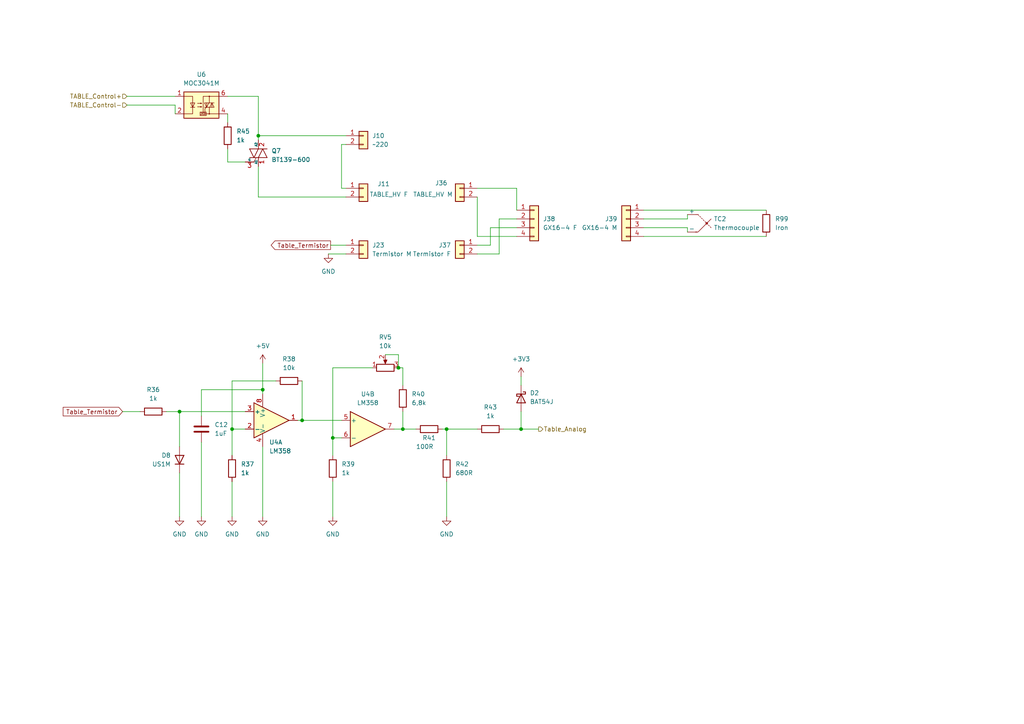
<source format=kicad_sch>
(kicad_sch (version 20231120) (generator "eeschema") (generator_version "8.0")
  (paper "A4")
  (title_block (title "Soldering Station") (date "2024-11-04") (company "BDS-SDCD"))
  (lib_symbols
    (symbol "Amplifier_Operational:LM358" (pin_names (offset 0.127))
      (property "Reference" "U" (at 0 5.08 0))
      (property "Value" "LM358" (at 0 -5.08 0))
      (symbol "LM358_1_1"
        (polyline (pts (xy -5.08 5.08) (xy 5.08 0) (xy -5.08 -5.08) (xy -5.08 5.08)) (stroke (width 0.254)) (fill (type background)))
        (pin output line (at 7.62 0 180) (length 2.54) (name "~") (number "1"))
        (pin input line (at -7.62 -2.54 0) (length 2.54) (name "-") (number "2"))
        (pin input line (at -7.62 2.54 0) (length 2.54) (name "+") (number "3"))
      )
      (symbol "LM358_2_1"
        (polyline (pts (xy -5.08 5.08) (xy 5.08 0) (xy -5.08 -5.08) (xy -5.08 5.08)) (stroke (width 0.254)) (fill (type background)))
        (pin input line (at -7.62 2.54 0) (length 2.54) (name "+") (number "5"))
        (pin input line (at -7.62 -2.54 0) (length 2.54) (name "-") (number "6"))
        (pin output line (at 7.62 0 180) (length 2.54) (name "~") (number "7"))
      )
      (symbol "LM358_3_1"
        (pin power_in line (at -2.54 -7.62 90) (length 3.81) (name "V-") (number "4"))
        (pin power_in line (at -2.54 7.62 270) (length 3.81) (name "V+") (number "8"))
      )
    )
    (symbol "Connector_Generic:Conn_01x02" (pin_names (offset 1.016) hide)
      (property "Reference" "J" (at 0 2.54 0))
      (property "Value" "Conn_01x02" (at 0 -5.08 0))
      (symbol "Conn_01x02_1_1"
        (rectangle (start -1.27 -2.413) (end 0 -2.667) (stroke (width 0.1524)))
        (rectangle (start -1.27 0.127) (end 0 -0.127) (stroke (width 0.1524)))
        (rectangle (start -1.27 1.27) (end 1.27 -3.81) (stroke (width 0.254)) (fill (type background)))
        (pin passive line (at -5.08 0 0) (length 3.81) (name "Pin_1") (number "1"))
        (pin passive line (at -5.08 -2.54 0) (length 3.81) (name "Pin_2") (number "2"))
      )
    )
    (symbol "Connector_Generic:Conn_01x04" (pin_names (offset 1.016) hide)
      (property "Reference" "J" (at 0 5.08 0))
      (property "Value" "Conn_01x04" (at 0 -7.62 0))
      (symbol "Conn_01x04_1_1"
        (rectangle (start -1.27 -4.953) (end 0 -5.207) (stroke (width 0.1524)))
        (rectangle (start -1.27 -2.413) (end 0 -2.667) (stroke (width 0.1524)))
        (rectangle (start -1.27 0.127) (end 0 -0.127) (stroke (width 0.1524)))
        (rectangle (start -1.27 2.667) (end 0 2.413) (stroke (width 0.1524)))
        (rectangle (start -1.27 3.81) (end 1.27 -6.35) (stroke (width 0.254)) (fill (type background)))
        (pin passive line (at -5.08 2.54 0) (length 3.81) (name "Pin_1") (number "1"))
        (pin passive line (at -5.08 0 0) (length 3.81) (name "Pin_2") (number "2"))
        (pin passive line (at -5.08 -2.54 0) (length 3.81) (name "Pin_3") (number "3"))
        (pin passive line (at -5.08 -5.08 0) (length 3.81) (name "Pin_4") (number "4"))
      )
    )
    (symbol "Device:C" (pin_numbers hide) (pin_names (offset 0.254))
      (property "Reference" "C" (at 0.635 2.54 0))
      (property "Value" "C" (at 0.635 -2.54 0))
      (symbol "C_0_1"
        (polyline (pts (xy -2.032 -0.762) (xy 2.032 -0.762)) (stroke (width 0.508)))
        (polyline (pts (xy -2.032 0.762) (xy 2.032 0.762)) (stroke (width 0.508)))
      )
      (symbol "C_1_1"
        (pin passive line (at 0 3.81 270) (length 2.794) (name "~") (number "1"))
        (pin passive line (at 0 -3.81 90) (length 2.794) (name "~") (number "2"))
      )
    )
    (symbol "Device:R" (pin_numbers hide) (pin_names (offset 0))
      (property "Reference" "R" (at 2.032 0 90))
      (property "Value" "R" (at 0 0 90))
      (symbol "R_0_1"
        (rectangle (start -1.016 -2.54) (end 1.016 2.54) (stroke (width 0.254)))
      )
      (symbol "R_1_1"
        (pin passive line (at 0 3.81 270) (length 1.27) (name "~") (number "1"))
        (pin passive line (at 0 -3.81 90) (length 1.27) (name "~") (number "2"))
      )
    )
    (symbol "Device:R_Potentiometer" (pin_names (offset 1.016) hide)
      (property "Reference" "RV" (at -4.445 0 90))
      (property "Value" "R_Potentiometer" (at -2.54 0 90))
      (symbol "R_Potentiometer_0_1"
        (polyline (pts (xy 2.54 0) (xy 1.524 0)))
        (polyline (pts (xy 1.143 0) (xy 2.286 0.508) (xy 2.286 -0.508) (xy 1.143 0)) (fill (type outline)))
        (rectangle (start 1.016 2.54) (end -1.016 -2.54) (stroke (width 0.254)))
      )
      (symbol "R_Potentiometer_1_1"
        (pin passive line (at 0 3.81 270) (length 1.27) (name "1") (number "1"))
        (pin passive line (at 3.81 0 180) (length 1.27) (name "2") (number "2"))
        (pin passive line (at 0 -3.81 90) (length 1.27) (name "3") (number "3"))
      )
    )
    (symbol "Device:Thermocouple" (pin_numbers hide) (pin_names (offset 0))
      (property "Reference" "TC" (at -3.048 3.81 0))
      (property "Value" "Thermocouple" (at -5.08 -4.064 0))
      (symbol "Thermocouple_0_1"
        (circle (center -3.048 0) (radius 0.254) (fill (type outline)))
        (polyline (pts (xy -4.064 -1.016) (xy -4.318 -1.27)))
        (polyline (pts (xy -3.556 -0.508) (xy -3.81 -0.762)))
        (polyline (pts (xy -3.048 0) (xy -3.302 -0.254)))
        (polyline (pts (xy -2.54 0.508) (xy -2.794 0.254)))
        (polyline (pts (xy -2.032 1.016) (xy -2.286 0.762)))
        (polyline (pts (xy -1.524 1.524) (xy -1.778 1.27)))
        (polyline (pts (xy -1.016 2.032) (xy -1.27 1.778)))
        (polyline (pts (xy -0.508 2.54) (xy -0.762 2.286)))
        (polyline (pts (xy 0 -2.54) (xy -0.254 -2.54)))
        (polyline (pts (xy 0 2.54) (xy -0.508 2.54)))
        (polyline (pts (xy 0.254 -2.54) (xy -0.508 -2.54) (xy -4.318 1.27)))
      )
      (symbol "Thermocouple_1_1"
        (pin passive line (at 2.54 2.54 180) (length 2.54) (name "+") (number "1"))
        (pin passive line (at 2.54 -2.54 180) (length 2.54) (name "-") (number "2"))
      )
    )
    (symbol "Diode:BAT54J" (pin_numbers hide) (pin_names (offset 1.016) hide)
      (property "Reference" "D" (at 0 2.54 0))
      (property "Value" "BAT54J" (at 0 -2.54 0))
      (symbol "BAT54J_0_1"
        (polyline (pts (xy 1.27 0) (xy -1.27 0)))
        (polyline (pts (xy 1.27 1.27) (xy 1.27 -1.27) (xy -1.27 0) (xy 1.27 1.27)) (stroke (width 0.254)))
        (polyline (pts (xy -1.905 0.635) (xy -1.905 1.27) (xy -1.27 1.27) (xy -1.27 -1.27) (xy -0.635 -1.27) (xy -0.635 -0.635)) (stroke (width 0.254)))
      )
      (symbol "BAT54J_1_1"
        (pin passive line (at -3.81 0 0) (length 2.54) (name "K") (number "1"))
        (pin passive line (at 3.81 0 180) (length 2.54) (name "A") (number "2"))
      )
    )
    (symbol "Diode:US1M" (pin_numbers hide) (pin_names hide)
      (property "Reference" "D" (at 0 2.54 0))
      (property "Value" "US1M" (at 0 -2.54 0))
      (symbol "US1M_0_1"
        (polyline (pts (xy -1.27 1.27) (xy -1.27 -1.27)) (stroke (width 0.254)))
        (polyline (pts (xy 1.27 0) (xy -1.27 0)))
        (polyline (pts (xy 1.27 1.27) (xy 1.27 -1.27) (xy -1.27 0) (xy 1.27 1.27)) (stroke (width 0.254)))
      )
      (symbol "US1M_1_1"
        (pin passive line (at -3.81 0 0) (length 2.54) (name "K") (number "1"))
        (pin passive line (at 3.81 0 180) (length 2.54) (name "A") (number "2"))
      )
    )
    (symbol "Relay_SolidState:MOC3041M"
      (property "Reference" "U" (at -5.08 5.08 0))
      (property "Value" "MOC3041M" (at 0 5.08 0))
      (symbol "MOC3041M_0_0"
        (rectangle (start -0.381 -2.032) (end 1.397 -3.048))
        (polyline (pts (xy 2.286 -2.54) (xy 1.397 -2.54)))
        (polyline (pts (xy 1.524 -0.635) (xy 1.016 -1.016) (xy 1.016 -2.032)))
        (text "ZCD" (at 0.508 -2.54 0) (effects (font (size 0.508 0.508))))
      )
      (symbol "MOC3041M_0_1"
        (rectangle (start -5.08 3.81) (end 5.08 -3.81) (stroke (width 0.254)) (fill (type background)))
        (polyline (pts (xy -3.175 -0.635) (xy -1.905 -0.635)))
        (polyline (pts (xy 1.524 -0.635) (xy 1.524 0.635)))
        (polyline (pts (xy 3.048 0.635) (xy 3.048 -0.635)))
        (polyline (pts (xy 2.286 -0.635) (xy 2.286 -2.54) (xy 5.08 -2.54)))
        (polyline (pts (xy 2.286 0.635) (xy 2.286 2.54) (xy 5.08 2.54)))
        (polyline (pts (xy 2.286 2.54) (xy 0.508 2.54) (xy 0.508 -2.032)))
        (polyline (pts (xy -5.08 2.54) (xy -2.54 2.54) (xy -2.54 -2.54) (xy -5.08 -2.54)))
        (polyline (pts (xy -2.54 -0.635) (xy -3.175 0.635) (xy -1.905 0.635) (xy -2.54 -0.635)))
        (polyline (pts (xy 0.889 -0.635) (xy 3.683 -0.635) (xy 3.048 0.635) (xy 2.413 -0.635)))
        (polyline (pts (xy 3.683 0.635) (xy 0.889 0.635) (xy 1.524 -0.635) (xy 2.159 0.635)))
        (polyline (pts (xy -1.143 -0.508) (xy 0.127 -0.508) (xy -0.254 -0.635) (xy -0.254 -0.381) (xy 0.127 -0.508)))
        (polyline (pts (xy -1.143 0.508) (xy 0.127 0.508) (xy -0.254 0.381) (xy -0.254 0.635) (xy 0.127 0.508)))
        (circle (center 2.286 -2.54) (radius 0.127))
        (circle (center 2.286 2.54) (radius 0.127))
      )
      (symbol "MOC3041M_1_1"
        (pin passive line (at -7.62 2.54 0) (length 2.54) (name "~") (number "1"))
        (pin passive line (at -7.62 -2.54 0) (length 2.54) (name "~") (number "2"))
        (pin no_connect line (at -5.08 0 0) (length 2.54) hide (name "NC") (number "3"))
        (pin passive line (at 7.62 -2.54 180) (length 2.54) (name "~") (number "4"))
        (pin no_connect line (at 5.08 0 180) (length 2.54) hide (name "NC") (number "5"))
        (pin passive line (at 7.62 2.54 180) (length 2.54) (name "~") (number "6"))
      )
    )
    (symbol "Triac_Thyristor:BT139-600" (pin_names (offset 0))
      (property "Reference" "Q" (at 5.08 1.905 0))
      (property "Value" "BT139-600" (at 5.08 0 0))
      (symbol "BT139-600_0_1"
        (polyline (pts (xy -2.54 -1.27) (xy 2.54 -1.27)) (stroke (width 0.2032)))
        (polyline (pts (xy -2.54 1.27) (xy 2.54 1.27)) (stroke (width 0.2032)))
        (polyline (pts (xy -1.27 -2.54) (xy -0.635 -1.27)))
        (polyline (pts (xy -2.54 1.27) (xy -1.27 -1.27) (xy 0 1.27)) (stroke (width 0.2032)))
        (polyline (pts (xy 0 -1.27) (xy 1.27 1.27) (xy 2.54 -1.27)) (stroke (width 0.2032)))
      )
      (symbol "BT139-600_1_1"
        (pin passive line (at 0 -3.81 90) (length 2.54) (name "A1") (number "1"))
        (pin passive line (at 0 3.81 270) (length 2.54) (name "A2") (number "2"))
        (pin input line (at -3.81 -2.54 0) (length 2.54) (name "G") (number "3"))
      )
    )
    (symbol "power:+3V3" (power) (pin_names (offset 0))
      (property "Value" "+3V3" (at 0 3.556 0))
      (symbol "+3V3_0_1"
        (polyline (pts (xy -0.762 1.27) (xy 0 2.54)))
        (polyline (pts (xy 0 0) (xy 0 2.54)))
        (polyline (pts (xy 0 2.54) (xy 0.762 1.27)))
      )
      (symbol "+3V3_1_1"
        (pin power_in line (at 0 0 90) (length 0) hide (name "+3V3") (number "1"))
      )
    )
    (symbol "power:+5V" (power) (pin_names (offset 0))
      (property "Value" "+5V" (at 0 3.556 0))
      (symbol "+5V_0_1"
        (polyline (pts (xy -0.762 1.27) (xy 0 2.54)))
        (polyline (pts (xy 0 0) (xy 0 2.54)))
        (polyline (pts (xy 0 2.54) (xy 0.762 1.27)))
      )
      (symbol "+5V_1_1"
        (pin power_in line (at 0 0 90) (length 0) hide (name "+5V") (number "1"))
      )
    )
    (symbol "power:GND" (power) (pin_names (offset 0))
      (property "Value" "GND" (at 0 -3.81 0))
      (symbol "GND_0_1"
        (polyline (pts (xy 0 0) (xy 0 -1.27) (xy 1.27 -1.27) (xy 0 -2.54) (xy -1.27 -1.27) (xy 0 -1.27)))
      )
      (symbol "GND_1_1"
        (pin power_in line (at 0 0 270) (length 0) hide (name "GND") (number "1"))
      )
    )
  )
  (junction (at 76.2 113.03))
  (junction (at 96.52 127))
  (junction (at 116.84 124.46))
  (junction (at 52.07 119.38))
  (junction (at 115.57 106.68))
  (junction (at 129.54 124.46))
  (junction (at 151.13 124.46))
  (junction (at 87.63 121.92))
  (junction (at 67.31 124.46))
  (junction (at 74.93 39.37))
  (wire (pts (xy 74.93 48.26) (xy 74.93 57.15)))
  (wire (pts (xy 66.04 43.18) (xy 66.04 46.99)))
  (wire (pts (xy 74.93 39.37) (xy 74.93 40.64)))
  (wire (pts (xy 199.39 67.31) (xy 199.39 66.04)))
  (wire (pts (xy 76.2 129.54) (xy 76.2 149.86)))
  (wire (pts (xy 87.63 121.92) (xy 99.06 121.92)))
  (wire (pts (xy 96.52 139.7) (xy 96.52 149.86)))
  (wire (pts (xy 58.42 128.27) (xy 58.42 149.86)))
  (wire (pts (xy 76.2 105.41) (xy 76.2 113.03)))
  (wire (pts (xy 67.31 139.7) (xy 67.31 149.86)))
  (wire (pts (xy 74.93 27.94) (xy 74.93 39.37)))
  (wire (pts (xy 99.06 54.61) (xy 100.33 54.61)))
  (wire (pts (xy 138.43 68.58) (xy 138.43 57.15)))
  (wire (pts (xy 149.86 68.58) (xy 138.43 68.58)))
  (wire (pts (xy 116.84 106.68) (xy 115.57 106.68)))
  (wire (pts (xy 100.33 41.91) (xy 99.06 41.91)))
  (wire (pts (xy 116.84 111.76) (xy 116.84 106.68)))
  (wire (pts (xy 80.01 110.49) (xy 67.31 110.49)))
  (wire (pts (xy 116.84 124.46) (xy 116.84 119.38)))
  (wire (pts (xy 96.52 127) (xy 96.52 132.08)))
  (wire (pts (xy 138.43 71.12) (xy 142.24 71.12)))
  (wire (pts (xy 52.07 119.38) (xy 52.07 129.54)))
  (wire (pts (xy 67.31 124.46) (xy 67.31 132.08)))
  (wire (pts (xy 142.24 71.12) (xy 142.24 66.04)))
  (wire (pts (xy 144.78 73.66) (xy 144.78 63.5)))
  (wire (pts (xy 86.36 121.92) (xy 87.63 121.92)))
  (wire (pts (xy 36.83 30.48) (xy 50.8 30.48)))
  (wire (pts (xy 96.52 106.68) (xy 96.52 127)))
  (wire (pts (xy 186.69 60.96) (xy 222.25 60.96)))
  (wire (pts (xy 129.54 132.08) (xy 129.54 124.46)))
  (wire (pts (xy 151.13 119.38) (xy 151.13 124.46)))
  (wire (pts (xy 138.43 54.61) (xy 149.86 54.61)))
  (wire (pts (xy 76.2 113.03) (xy 76.2 114.3)))
  (wire (pts (xy 114.3 124.46) (xy 116.84 124.46)))
  (wire (pts (xy 99.06 127) (xy 96.52 127)))
  (wire (pts (xy 58.42 120.65) (xy 58.42 113.03)))
  (wire (pts (xy 52.07 119.38) (xy 71.12 119.38)))
  (wire (pts (xy 67.31 124.46) (xy 71.12 124.46)))
  (wire (pts (xy 151.13 109.22) (xy 151.13 111.76)))
  (wire (pts (xy 111.76 102.87) (xy 115.57 102.87)))
  (wire (pts (xy 74.93 57.15) (xy 100.33 57.15)))
  (wire (pts (xy 129.54 124.46) (xy 138.43 124.46)))
  (wire (pts (xy 35.56 119.38) (xy 40.64 119.38)))
  (wire (pts (xy 50.8 30.48) (xy 50.8 33.02)))
  (wire (pts (xy 144.78 63.5) (xy 149.86 63.5)))
  (wire (pts (xy 52.07 137.16) (xy 52.07 149.86)))
  (wire (pts (xy 107.95 106.68) (xy 96.52 106.68)))
  (wire (pts (xy 186.69 68.58) (xy 222.25 68.58)))
  (wire (pts (xy 116.84 124.46) (xy 120.65 124.46)))
  (wire (pts (xy 95.25 73.66) (xy 100.33 73.66)))
  (wire (pts (xy 186.69 66.04) (xy 199.39 66.04)))
  (wire (pts (xy 58.42 113.03) (xy 76.2 113.03)))
  (wire (pts (xy 138.43 73.66) (xy 144.78 73.66)))
  (wire (pts (xy 149.86 54.61) (xy 149.86 60.96)))
  (wire (pts (xy 142.24 66.04) (xy 149.86 66.04)))
  (wire (pts (xy 66.04 27.94) (xy 74.93 27.94)))
  (wire (pts (xy 66.04 33.02) (xy 66.04 35.56)))
  (wire (pts (xy 36.83 27.94) (xy 50.8 27.94)))
  (wire (pts (xy 199.39 63.5) (xy 199.39 62.23)))
  (wire (pts (xy 66.04 46.99) (xy 71.12 46.99)))
  (wire (pts (xy 129.54 139.7) (xy 129.54 149.86)))
  (wire (pts (xy 186.69 63.5) (xy 199.39 63.5)))
  (wire (pts (xy 48.26 119.38) (xy 52.07 119.38)))
  (wire (pts (xy 146.05 124.46) (xy 151.13 124.46)))
  (wire (pts (xy 67.31 110.49) (xy 67.31 124.46)))
  (wire (pts (xy 95.885 71.12) (xy 100.33 71.12)))
  (wire (pts (xy 74.93 39.37) (xy 100.33 39.37)))
  (wire (pts (xy 87.63 110.49) (xy 87.63 121.92)))
  (wire (pts (xy 151.13 124.46) (xy 156.21 124.46)))
  (wire (pts (xy 99.06 41.91) (xy 99.06 54.61)))
  (wire (pts (xy 115.57 102.87) (xy 115.57 106.68)))
  (wire (pts (xy 129.54 124.46) (xy 128.27 124.46)))
  (global_label "Table_Termistor" (shape output) (at 95.885 71.12 180) (property "Intersheetrefs" "${INTERSHEET_REFS}" (effects (hide yes))))
  (global_label "Table_Termistor" (shape input) (at 35.56 119.38 180) (property "Intersheetrefs" "${INTERSHEET_REFS}" (effects (hide yes))))
  (hierarchical_label "TABLE_Control-" (shape input) (at 36.83 30.48 180))
  (hierarchical_label "TABLE_Control+" (shape input) (at 36.83 27.94 180))
  (hierarchical_label "Table_Analog" (shape output) (at 156.21 124.46 0))
  (symbol (lib_id "power:GND") (at 52.07 149.86 0) (unit 1)
    (property "Reference" "#PWR033" (effects (hide yes)))
    (property "Value" "GND" (at 52.07 154.94 0))
  )
  (symbol (lib_id "power:GND") (at 58.42 149.86 0) (unit 1)
    (property "Reference" "#PWR034" (effects (hide yes)))
    (property "Value" "GND" (at 58.42 154.94 0))
  )
  (symbol (lib_id "power:GND") (at 67.31 149.86 0) (unit 1)
    (property "Reference" "#PWR035" (effects (hide yes)))
    (property "Value" "GND" (at 67.31 154.94 0))
  )
  (symbol (lib_id "Amplifier_Operational:LM358") (at 106.68 124.46 0) (unit 2)
    (property "Reference" "U4" (at 106.68 114.3 0))
    (property "Value" "LM358" (at 106.68 116.84 0))
    (property "Footprint" "Package_SO:SOIC-8_3.9x4.9mm_P1.27mm" (effects (hide yes)))
    (property "Datasheet" "http://www.ti.com/lit/ds/symlink/lm2904-n.pdf" (effects (hide yes)))
  )
  (symbol (lib_id "Device:C") (at 58.42 124.46 0) (unit 1)
    (property "Reference" "C12" (at 62.23 123.19 0) (effects (justify left)))
    (property "Value" "1uF" (at 62.23 125.73 0) (effects (justify left)))
    (property "Footprint" "Capacitor_SMD:C_1206_3216Metric" (effects (hide yes)))
  )
  (symbol (lib_id "Connector_Generic:Conn_01x02") (at 133.35 54.61 0) (mirror y) (unit 1) (on_board no)
    (property "Reference" "J36" (at 129.794 53.086 0) (effects (justify left)))
    (property "Value" "TABLE_HV M" (at 131.318 56.388 0) (effects (justify left)))
    (property "Footprint" "Connector_Phoenix_GMSTB:PhoenixContact_GMSTBVA_2,5_2-G_1x02_P7.50mm_Vertical" (effects (hide yes)))
  )
  (symbol (lib_id "power:GND") (at 76.2 149.86 0) (unit 1)
    (property "Reference" "#PWR037" (effects (hide yes)))
    (property "Value" "GND" (at 76.2 154.94 0))
  )
  (symbol (lib_id "Device:R") (at 116.84 115.57 0) (unit 1)
    (property "Reference" "R40" (at 119.38 114.3 0) (effects (justify left)))
    (property "Value" "6,8k" (at 119.38 116.84 0) (effects (justify left)))
    (property "Footprint" "Resistor_SMD:R_1206_3216Metric_Pad1.30x1.75mm_HandSolder" (effects (hide yes)))
  )
  (symbol (lib_id "power:GND") (at 129.54 149.86 0) (unit 1)
    (property "Reference" "#PWR039" (effects (hide yes)))
    (property "Value" "GND" (at 129.54 154.94 0))
  )
  (symbol (lib_id "Connector_Generic:Conn_01x02") (at 133.35 71.12 0) (mirror y) (unit 1) (on_board no)
    (property "Reference" "J37" (at 130.81 71.12 0) (effects (justify left)))
    (property "Value" "Termistor F" (at 130.81 73.66 0) (effects (justify left)))
    (property "Footprint" "Connector_PinHeader_2.54mm:PinHeader_1x02_P2.54mm_Vertical" (effects (hide yes)))
  )
  (symbol (lib_id "Diode:BAT54J") (at 151.13 115.57 270) (unit 1)
    (property "Reference" "D2" (at 153.67 113.9824 90) (effects (justify left)))
    (property "Value" "BAT54J" (at 153.67 116.5224 90) (effects (justify left)))
    (property "Footprint" "Diode_SMD:D_SOD-323F" (effects (hide yes)))
    (property "Datasheet" "https://assets.nexperia.com/documents/data-sheet/BAT54J.pdf" (effects (hide yes)))
    (property "Description" "30V 200mA Schottky diode, SOD-323F" (effects (hide yes)))
  )
  (symbol (lib_id "Triac_Thyristor:BT139-600") (at 74.93 44.45 0) (unit 1)
    (property "Reference" "Q7" (at 78.74 43.7642 0) (effects (justify left)))
    (property "Value" "BT139-600" (at 78.74 46.3042 0) (effects (justify left)))
    (property "Footprint" "Package_TO_SOT_THT:TO-220-3_Vertical" (effects (hide yes)))
    (property "Datasheet" "https://www.rapidonline.com/pdf/47-3240.pdf" (effects (hide yes)))
  )
  (symbol (lib_id "Device:R_Potentiometer") (at 111.76 106.68 90) (unit 1)
    (property "Reference" "RV5" (at 111.76 97.79 90))
    (property "Value" "10k" (at 111.76 100.33 90))
    (property "Footprint" "Potentiometer_THT:Potentiometer_Bourns_3266Y_Vertical" (effects (hide yes)))
  )
  (symbol (lib_id "Connector_Generic:Conn_01x04") (at 181.61 63.5 0) (mirror y) (unit 1)
    (property "Reference" "J39" (at 179.07 63.4999 0) (effects (justify left)))
    (property "Value" "GX16-4 M" (at 179.07 66.0399 0) (effects (justify left)))
    (property "Description" "Generic connector, single row, 01x04, script generated (kicad-library-utils/schlib/autogen/connector/)" (effects (hide yes)))
  )
  (symbol (lib_id "Device:R") (at 83.82 110.49 90) (unit 1)
    (property "Reference" "R38" (at 83.82 104.14 90))
    (property "Value" "10k" (at 83.82 106.68 90))
    (property "Footprint" "Resistor_SMD:R_1206_3216Metric_Pad1.30x1.75mm_HandSolder" (effects (hide yes)))
  )
  (symbol (lib_id "Connector_Generic:Conn_01x02") (at 105.41 54.61 0) (unit 1)
    (property "Reference" "J11" (at 109.474 53.34 0) (effects (justify left)))
    (property "Value" "TABLE_HV F" (at 107.188 56.388 0) (effects (justify left)))
    (property "Footprint" "Connector_Phoenix_GMSTB:PhoenixContact_GMSTBVA_2,5_2-G_1x02_P7.50mm_Vertical" (effects (hide yes)))
  )
  (symbol (lib_id "Device:R") (at 96.52 135.89 0) (unit 1)
    (property "Reference" "R39" (at 99.06 134.62 0) (effects (justify left)))
    (property "Value" "1k" (at 99.06 137.16 0) (effects (justify left)))
    (property "Footprint" "Resistor_SMD:R_1206_3216Metric_Pad1.30x1.75mm_HandSolder" (effects (hide yes)))
  )
  (symbol (lib_id "Device:R") (at 124.46 124.46 90) (mirror x) (unit 1)
    (property "Reference" "R41" (at 124.46 127 90))
    (property "Value" "100R" (at 123.19 129.54 90))
    (property "Footprint" "Resistor_SMD:R_1206_3216Metric_Pad1.30x1.75mm_HandSolder" (effects (hide yes)))
  )
  (symbol (lib_id "Amplifier_Operational:LM358") (at 78.74 121.92 0) (unit 1)
    (property "Reference" "U4" (at 80.01 128.27 0))
    (property "Value" "LM358" (at 81.28 130.81 0))
    (property "Footprint" "Package_SO:SOIC-8_3.9x4.9mm_P1.27mm" (effects (hide yes)))
    (property "Datasheet" "http://www.ti.com/lit/ds/symlink/lm2904-n.pdf" (effects (hide yes)))
  )
  (symbol (lib_id "Connector_Generic:Conn_01x02") (at 105.41 71.12 0) (unit 1)
    (property "Reference" "J23" (at 107.95 71.1199 0) (effects (justify left)))
    (property "Value" "Termistor M" (at 107.95 73.6599 0) (effects (justify left)))
    (property "Footprint" "Connector_PinHeader_2.54mm:PinHeader_1x02_P2.54mm_Vertical" (effects (hide yes)))
  )
  (symbol (lib_id "Connector_Generic:Conn_01x02") (at 105.41 39.37 0) (unit 1)
    (property "Reference" "J10" (at 107.95 39.37 0) (effects (justify left)))
    (property "Value" "~220" (at 107.95 41.91 0) (effects (justify left)))
    (property "Footprint" "Connector_Phoenix_GMSTB:PhoenixContact_GMSTBVA_2,5_2-G_1x02_P7.50mm_Vertical" (effects (hide yes)))
  )
  (symbol (lib_id "Device:R") (at 44.45 119.38 90) (unit 1)
    (property "Reference" "R36" (at 44.45 113.03 90))
    (property "Value" "1k" (at 44.45 115.57 90))
    (property "Footprint" "Resistor_SMD:R_1206_3216Metric_Pad1.30x1.75mm_HandSolder" (effects (hide yes)))
  )
  (symbol (lib_id "power:GND") (at 95.25 73.66 0) (unit 1)
    (property "Reference" "#PWR029" (effects (hide yes)))
    (property "Value" "GND" (at 95.25 78.74 0))
  )
  (symbol (lib_id "Amplifier_Operational:LM358") (at 78.74 121.92 0) (unit 3)
    (property "Reference" "U4" (effects (hide yes)))
    (property "Value" "LM358" (effects (hide yes)))
    (property "Footprint" "Package_SO:SOIC-8_3.9x4.9mm_P1.27mm" (effects (hide yes)))
    (property "Datasheet" "http://www.ti.com/lit/ds/symlink/lm2904-n.pdf" (effects (hide yes)))
  )
  (symbol (lib_id "Relay_SolidState:MOC3041M") (at 58.42 30.48 0) (unit 1)
    (property "Reference" "U6" (at 58.42 21.59 0))
    (property "Value" "MOC3041M" (at 58.42 24.13 0))
    (property "Footprint" "Package_DIP:DIP-6_W7.62mm_LongPads" (effects (hide yes)))
    (property "Datasheet" "https://www.onsemi.com/pub/Collateral/MOC3043M-D.pdf" (effects (hide yes)))
  )
  (symbol (lib_id "power:+5V") (at 76.2 105.41 0) (unit 1)
    (property "Reference" "#PWR036" (effects (hide yes)))
    (property "Value" "+5V" (at 76.2 100.33 0))
  )
  (symbol (lib_id "Device:R") (at 67.31 135.89 0) (unit 1)
    (property "Reference" "R37" (at 69.85 134.62 0) (effects (justify left)))
    (property "Value" "1k" (at 69.85 137.16 0) (effects (justify left)))
    (property "Footprint" "Resistor_SMD:R_1206_3216Metric_Pad1.30x1.75mm_HandSolder" (effects (hide yes)))
  )
  (symbol (lib_id "power:+3V3") (at 151.13 109.22 0) (unit 1)
    (property "Reference" "#PWR08" (effects (hide yes)))
    (property "Value" "+3V3" (at 151.13 104.14 0))
  )
  (symbol (lib_id "power:GND") (at 96.52 149.86 0) (unit 1)
    (property "Reference" "#PWR038" (effects (hide yes)))
    (property "Value" "GND" (at 96.52 154.94 0))
  )
  (symbol (lib_id "Diode:US1M") (at 52.07 133.35 270) (mirror x) (unit 1)
    (property "Reference" "D8" (at 49.53 132.08 90) (effects (justify right)))
    (property "Value" "US1M" (at 49.53 134.62 90) (effects (justify right)))
    (property "Footprint" "Diode_SMD:D_SMA" (effects (hide yes)))
    (property "Datasheet" "https://www.diodes.com/assets/Datasheets/ds16008.pdf" (effects (hide yes)))
    (property "Sim.Device" "D" (effects (hide yes)))
    (property "Sim.Pins" "1=K 2=A" (effects (hide yes)))
  )
  (symbol (lib_id "Device:Thermocouple") (at 201.93 64.77 0) (mirror y) (unit 1)
    (property "Reference" "TC2" (at 207.01 63.4999 0) (effects (justify right)))
    (property "Value" "Thermocouple" (at 207.01 66.0399 0) (effects (justify right)))
    (property "Description" "Thermocouple" (effects (hide yes)))
  )
  (symbol (lib_id "Device:R") (at 129.54 135.89 0) (unit 1)
    (property "Reference" "R42" (at 132.08 134.62 0) (effects (justify left)))
    (property "Value" "680R" (at 132.08 137.16 0) (effects (justify left)))
    (property "Footprint" "Resistor_SMD:R_1206_3216Metric_Pad1.30x1.75mm_HandSolder" (effects (hide yes)))
  )
  (symbol (lib_id "Device:R") (at 142.24 124.46 90) (unit 1)
    (property "Reference" "R43" (at 142.24 118.11 90))
    (property "Value" "1k" (at 142.24 120.65 90))
    (property "Footprint" "Resistor_SMD:R_1206_3216Metric_Pad1.30x1.75mm_HandSolder" (effects (hide yes)))
  )
  (symbol (lib_id "Connector_Generic:Conn_01x04") (at 154.94 63.5 0) (unit 1)
    (property "Reference" "J38" (at 157.48 63.4999 0) (effects (justify left)))
    (property "Value" "GX16-4 F" (at 157.48 66.0399 0) (effects (justify left)))
    (property "Description" "Generic connector, single row, 01x04, script generated (kicad-library-utils/schlib/autogen/connector/)" (effects (hide yes)))
  )
  (symbol (lib_id "Device:R") (at 66.04 39.37 0) (unit 1)
    (property "Reference" "R45" (at 68.58 38.0999 0) (effects (justify left)))
    (property "Value" "1k" (at 68.58 40.6399 0) (effects (justify left)))
    (property "Footprint" "Resistor_THT:R_Axial_Power_L25.0mm_W9.0mm_P30.48mm" (effects (hide yes)))
  )
  (symbol (lib_id "Device:R") (at 222.25 64.77 0) (unit 1)
    (property "Reference" "R99" (at 224.79 63.4999 0) (effects (justify left)))
    (property "Value" "Iron" (at 224.79 66.0399 0) (effects (justify left)))
    (property "Description" "Resistor" (effects (hide yes)))
  )
)
</source>
